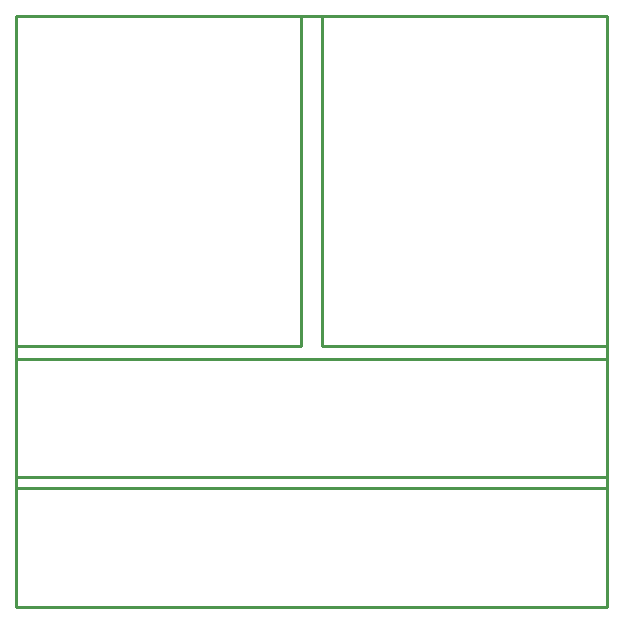
<source format=gm1>
G04 Layer_Color=16711935*
%FSLAX23Y23*%
%MOIN*%
G70*
G01*
G75*
%ADD16C,0.010*%
D16*
X0Y0D02*
Y1969D01*
X1969D01*
Y0D02*
Y1969D01*
X0Y0D02*
X1969D01*
X1019Y1969D02*
X1969D01*
Y869D02*
Y1969D01*
X1019Y869D02*
X1969D01*
X1019D02*
Y1969D01*
X0D02*
X950D01*
Y869D02*
Y1969D01*
X0Y869D02*
X950D01*
X0D02*
Y1969D01*
Y0D02*
X1969D01*
Y394D01*
X0D02*
X1969D01*
X0Y0D02*
Y394D01*
Y433D02*
X1969D01*
Y827D01*
X0D02*
X1969D01*
X0Y433D02*
Y827D01*
M02*

</source>
